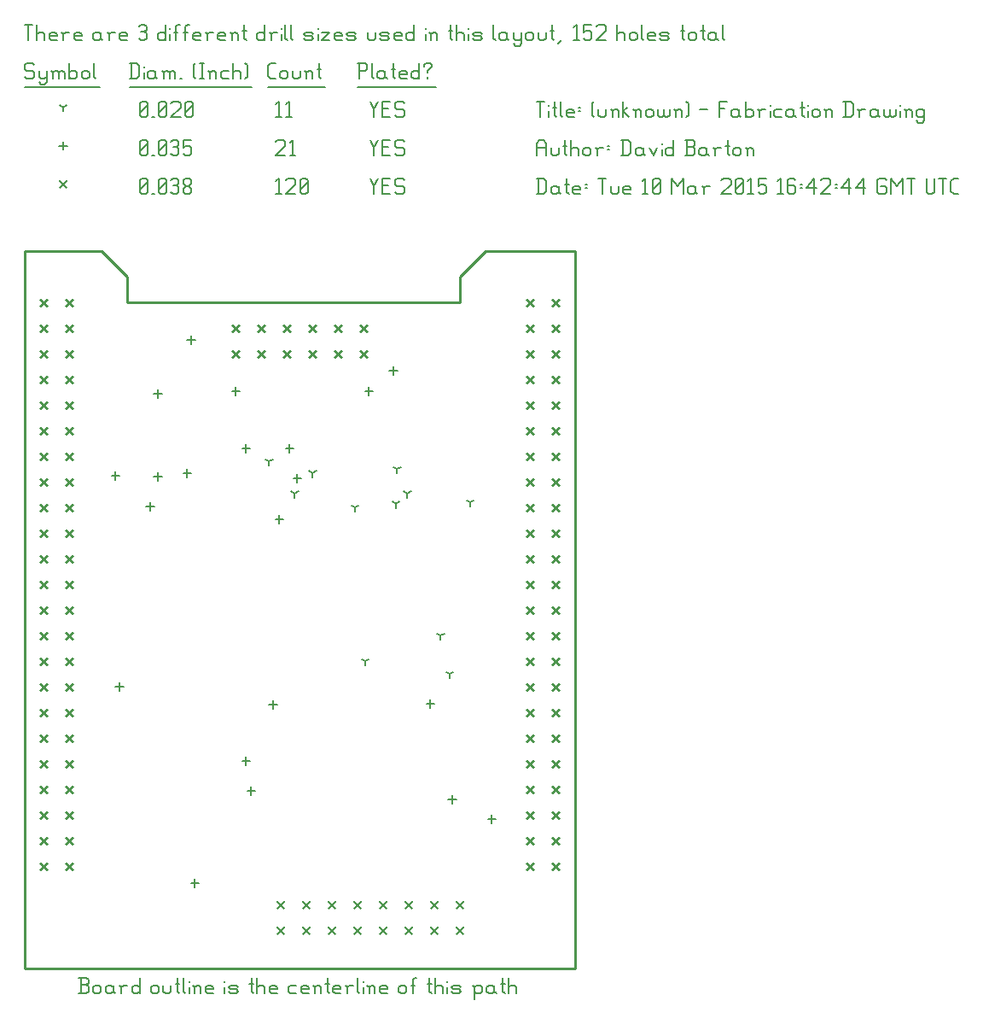
<source format=gbr>
G04 start of page 10 for group -3984 idx -3984 *
G04 Title: (unknown), fab *
G04 Creator: pcb 20140316 *
G04 CreationDate: Tue 10 Mar 2015 16:42:44 GMT UTC *
G04 For: db9052 *
G04 Format: Gerber/RS-274X *
G04 PCB-Dimensions (mil): 2150.00 2800.00 *
G04 PCB-Coordinate-Origin: lower left *
%MOIN*%
%FSLAX25Y25*%
%LNFAB*%
%ADD58C,0.0100*%
%ADD57C,0.0075*%
%ADD56C,0.0060*%
%ADD55C,0.0001*%
G54D55*G36*
X81300Y241766D02*X84266Y238800D01*
X83700Y238234D01*
X80734Y241200D01*
X81300Y241766D01*
G37*
G36*
X80734Y238800D02*X83700Y241766D01*
X84266Y241200D01*
X81300Y238234D01*
X80734Y238800D01*
G37*
G36*
X81300Y251766D02*X84266Y248800D01*
X83700Y248234D01*
X80734Y251200D01*
X81300Y251766D01*
G37*
G36*
X80734Y248800D02*X83700Y251766D01*
X84266Y251200D01*
X81300Y248234D01*
X80734Y248800D01*
G37*
G36*
X91300Y241766D02*X94266Y238800D01*
X93700Y238234D01*
X90734Y241200D01*
X91300Y241766D01*
G37*
G36*
X90734Y238800D02*X93700Y241766D01*
X94266Y241200D01*
X91300Y238234D01*
X90734Y238800D01*
G37*
G36*
X91300Y251766D02*X94266Y248800D01*
X93700Y248234D01*
X90734Y251200D01*
X91300Y251766D01*
G37*
G36*
X90734Y248800D02*X93700Y251766D01*
X94266Y251200D01*
X91300Y248234D01*
X90734Y248800D01*
G37*
G36*
X101300Y241766D02*X104266Y238800D01*
X103700Y238234D01*
X100734Y241200D01*
X101300Y241766D01*
G37*
G36*
X100734Y238800D02*X103700Y241766D01*
X104266Y241200D01*
X101300Y238234D01*
X100734Y238800D01*
G37*
G36*
X101300Y251766D02*X104266Y248800D01*
X103700Y248234D01*
X100734Y251200D01*
X101300Y251766D01*
G37*
G36*
X100734Y248800D02*X103700Y251766D01*
X104266Y251200D01*
X101300Y248234D01*
X100734Y248800D01*
G37*
G36*
X111300Y241766D02*X114266Y238800D01*
X113700Y238234D01*
X110734Y241200D01*
X111300Y241766D01*
G37*
G36*
X110734Y238800D02*X113700Y241766D01*
X114266Y241200D01*
X111300Y238234D01*
X110734Y238800D01*
G37*
G36*
X111300Y251766D02*X114266Y248800D01*
X113700Y248234D01*
X110734Y251200D01*
X111300Y251766D01*
G37*
G36*
X110734Y248800D02*X113700Y251766D01*
X114266Y251200D01*
X111300Y248234D01*
X110734Y248800D01*
G37*
G36*
X121300Y241766D02*X124266Y238800D01*
X123700Y238234D01*
X120734Y241200D01*
X121300Y241766D01*
G37*
G36*
X120734Y238800D02*X123700Y241766D01*
X124266Y241200D01*
X121300Y238234D01*
X120734Y238800D01*
G37*
G36*
X121300Y251766D02*X124266Y248800D01*
X123700Y248234D01*
X120734Y251200D01*
X121300Y251766D01*
G37*
G36*
X120734Y248800D02*X123700Y251766D01*
X124266Y251200D01*
X121300Y248234D01*
X120734Y248800D01*
G37*
G36*
X131300Y241766D02*X134266Y238800D01*
X133700Y238234D01*
X130734Y241200D01*
X131300Y241766D01*
G37*
G36*
X130734Y238800D02*X133700Y241766D01*
X134266Y241200D01*
X131300Y238234D01*
X130734Y238800D01*
G37*
G36*
X131300Y251766D02*X134266Y248800D01*
X133700Y248234D01*
X130734Y251200D01*
X131300Y251766D01*
G37*
G36*
X130734Y248800D02*X133700Y251766D01*
X134266Y251200D01*
X131300Y248234D01*
X130734Y248800D01*
G37*
G36*
X6300Y261766D02*X9266Y258800D01*
X8700Y258234D01*
X5734Y261200D01*
X6300Y261766D01*
G37*
G36*
X5734Y258800D02*X8700Y261766D01*
X9266Y261200D01*
X6300Y258234D01*
X5734Y258800D01*
G37*
G36*
X16300Y261766D02*X19266Y258800D01*
X18700Y258234D01*
X15734Y261200D01*
X16300Y261766D01*
G37*
G36*
X15734Y258800D02*X18700Y261766D01*
X19266Y261200D01*
X16300Y258234D01*
X15734Y258800D01*
G37*
G36*
X6300Y251766D02*X9266Y248800D01*
X8700Y248234D01*
X5734Y251200D01*
X6300Y251766D01*
G37*
G36*
X5734Y248800D02*X8700Y251766D01*
X9266Y251200D01*
X6300Y248234D01*
X5734Y248800D01*
G37*
G36*
X16300Y251766D02*X19266Y248800D01*
X18700Y248234D01*
X15734Y251200D01*
X16300Y251766D01*
G37*
G36*
X15734Y248800D02*X18700Y251766D01*
X19266Y251200D01*
X16300Y248234D01*
X15734Y248800D01*
G37*
G36*
X6300Y241766D02*X9266Y238800D01*
X8700Y238234D01*
X5734Y241200D01*
X6300Y241766D01*
G37*
G36*
X5734Y238800D02*X8700Y241766D01*
X9266Y241200D01*
X6300Y238234D01*
X5734Y238800D01*
G37*
G36*
X16300Y241766D02*X19266Y238800D01*
X18700Y238234D01*
X15734Y241200D01*
X16300Y241766D01*
G37*
G36*
X15734Y238800D02*X18700Y241766D01*
X19266Y241200D01*
X16300Y238234D01*
X15734Y238800D01*
G37*
G36*
X6300Y231766D02*X9266Y228800D01*
X8700Y228234D01*
X5734Y231200D01*
X6300Y231766D01*
G37*
G36*
X5734Y228800D02*X8700Y231766D01*
X9266Y231200D01*
X6300Y228234D01*
X5734Y228800D01*
G37*
G36*
X16300Y231766D02*X19266Y228800D01*
X18700Y228234D01*
X15734Y231200D01*
X16300Y231766D01*
G37*
G36*
X15734Y228800D02*X18700Y231766D01*
X19266Y231200D01*
X16300Y228234D01*
X15734Y228800D01*
G37*
G36*
X6300Y221766D02*X9266Y218800D01*
X8700Y218234D01*
X5734Y221200D01*
X6300Y221766D01*
G37*
G36*
X5734Y218800D02*X8700Y221766D01*
X9266Y221200D01*
X6300Y218234D01*
X5734Y218800D01*
G37*
G36*
X16300Y221766D02*X19266Y218800D01*
X18700Y218234D01*
X15734Y221200D01*
X16300Y221766D01*
G37*
G36*
X15734Y218800D02*X18700Y221766D01*
X19266Y221200D01*
X16300Y218234D01*
X15734Y218800D01*
G37*
G36*
X6300Y211766D02*X9266Y208800D01*
X8700Y208234D01*
X5734Y211200D01*
X6300Y211766D01*
G37*
G36*
X5734Y208800D02*X8700Y211766D01*
X9266Y211200D01*
X6300Y208234D01*
X5734Y208800D01*
G37*
G36*
X16300Y211766D02*X19266Y208800D01*
X18700Y208234D01*
X15734Y211200D01*
X16300Y211766D01*
G37*
G36*
X15734Y208800D02*X18700Y211766D01*
X19266Y211200D01*
X16300Y208234D01*
X15734Y208800D01*
G37*
G36*
X6300Y201766D02*X9266Y198800D01*
X8700Y198234D01*
X5734Y201200D01*
X6300Y201766D01*
G37*
G36*
X5734Y198800D02*X8700Y201766D01*
X9266Y201200D01*
X6300Y198234D01*
X5734Y198800D01*
G37*
G36*
X16300Y201766D02*X19266Y198800D01*
X18700Y198234D01*
X15734Y201200D01*
X16300Y201766D01*
G37*
G36*
X15734Y198800D02*X18700Y201766D01*
X19266Y201200D01*
X16300Y198234D01*
X15734Y198800D01*
G37*
G36*
X6300Y191766D02*X9266Y188800D01*
X8700Y188234D01*
X5734Y191200D01*
X6300Y191766D01*
G37*
G36*
X5734Y188800D02*X8700Y191766D01*
X9266Y191200D01*
X6300Y188234D01*
X5734Y188800D01*
G37*
G36*
X16300Y191766D02*X19266Y188800D01*
X18700Y188234D01*
X15734Y191200D01*
X16300Y191766D01*
G37*
G36*
X15734Y188800D02*X18700Y191766D01*
X19266Y191200D01*
X16300Y188234D01*
X15734Y188800D01*
G37*
G36*
X6300Y181766D02*X9266Y178800D01*
X8700Y178234D01*
X5734Y181200D01*
X6300Y181766D01*
G37*
G36*
X5734Y178800D02*X8700Y181766D01*
X9266Y181200D01*
X6300Y178234D01*
X5734Y178800D01*
G37*
G36*
X16300Y181766D02*X19266Y178800D01*
X18700Y178234D01*
X15734Y181200D01*
X16300Y181766D01*
G37*
G36*
X15734Y178800D02*X18700Y181766D01*
X19266Y181200D01*
X16300Y178234D01*
X15734Y178800D01*
G37*
G36*
X6300Y171766D02*X9266Y168800D01*
X8700Y168234D01*
X5734Y171200D01*
X6300Y171766D01*
G37*
G36*
X5734Y168800D02*X8700Y171766D01*
X9266Y171200D01*
X6300Y168234D01*
X5734Y168800D01*
G37*
G36*
X16300Y171766D02*X19266Y168800D01*
X18700Y168234D01*
X15734Y171200D01*
X16300Y171766D01*
G37*
G36*
X15734Y168800D02*X18700Y171766D01*
X19266Y171200D01*
X16300Y168234D01*
X15734Y168800D01*
G37*
G36*
X6300Y161766D02*X9266Y158800D01*
X8700Y158234D01*
X5734Y161200D01*
X6300Y161766D01*
G37*
G36*
X5734Y158800D02*X8700Y161766D01*
X9266Y161200D01*
X6300Y158234D01*
X5734Y158800D01*
G37*
G36*
X16300Y161766D02*X19266Y158800D01*
X18700Y158234D01*
X15734Y161200D01*
X16300Y161766D01*
G37*
G36*
X15734Y158800D02*X18700Y161766D01*
X19266Y161200D01*
X16300Y158234D01*
X15734Y158800D01*
G37*
G36*
X6300Y151766D02*X9266Y148800D01*
X8700Y148234D01*
X5734Y151200D01*
X6300Y151766D01*
G37*
G36*
X5734Y148800D02*X8700Y151766D01*
X9266Y151200D01*
X6300Y148234D01*
X5734Y148800D01*
G37*
G36*
X16300Y151766D02*X19266Y148800D01*
X18700Y148234D01*
X15734Y151200D01*
X16300Y151766D01*
G37*
G36*
X15734Y148800D02*X18700Y151766D01*
X19266Y151200D01*
X16300Y148234D01*
X15734Y148800D01*
G37*
G36*
X6300Y141766D02*X9266Y138800D01*
X8700Y138234D01*
X5734Y141200D01*
X6300Y141766D01*
G37*
G36*
X5734Y138800D02*X8700Y141766D01*
X9266Y141200D01*
X6300Y138234D01*
X5734Y138800D01*
G37*
G36*
X16300Y141766D02*X19266Y138800D01*
X18700Y138234D01*
X15734Y141200D01*
X16300Y141766D01*
G37*
G36*
X15734Y138800D02*X18700Y141766D01*
X19266Y141200D01*
X16300Y138234D01*
X15734Y138800D01*
G37*
G36*
X6300Y131766D02*X9266Y128800D01*
X8700Y128234D01*
X5734Y131200D01*
X6300Y131766D01*
G37*
G36*
X5734Y128800D02*X8700Y131766D01*
X9266Y131200D01*
X6300Y128234D01*
X5734Y128800D01*
G37*
G36*
X16300Y131766D02*X19266Y128800D01*
X18700Y128234D01*
X15734Y131200D01*
X16300Y131766D01*
G37*
G36*
X15734Y128800D02*X18700Y131766D01*
X19266Y131200D01*
X16300Y128234D01*
X15734Y128800D01*
G37*
G36*
X6300Y121766D02*X9266Y118800D01*
X8700Y118234D01*
X5734Y121200D01*
X6300Y121766D01*
G37*
G36*
X5734Y118800D02*X8700Y121766D01*
X9266Y121200D01*
X6300Y118234D01*
X5734Y118800D01*
G37*
G36*
X16300Y121766D02*X19266Y118800D01*
X18700Y118234D01*
X15734Y121200D01*
X16300Y121766D01*
G37*
G36*
X15734Y118800D02*X18700Y121766D01*
X19266Y121200D01*
X16300Y118234D01*
X15734Y118800D01*
G37*
G36*
X6300Y111766D02*X9266Y108800D01*
X8700Y108234D01*
X5734Y111200D01*
X6300Y111766D01*
G37*
G36*
X5734Y108800D02*X8700Y111766D01*
X9266Y111200D01*
X6300Y108234D01*
X5734Y108800D01*
G37*
G36*
X16300Y111766D02*X19266Y108800D01*
X18700Y108234D01*
X15734Y111200D01*
X16300Y111766D01*
G37*
G36*
X15734Y108800D02*X18700Y111766D01*
X19266Y111200D01*
X16300Y108234D01*
X15734Y108800D01*
G37*
G36*
X6300Y101766D02*X9266Y98800D01*
X8700Y98234D01*
X5734Y101200D01*
X6300Y101766D01*
G37*
G36*
X5734Y98800D02*X8700Y101766D01*
X9266Y101200D01*
X6300Y98234D01*
X5734Y98800D01*
G37*
G36*
X16300Y101766D02*X19266Y98800D01*
X18700Y98234D01*
X15734Y101200D01*
X16300Y101766D01*
G37*
G36*
X15734Y98800D02*X18700Y101766D01*
X19266Y101200D01*
X16300Y98234D01*
X15734Y98800D01*
G37*
G36*
X6300Y91766D02*X9266Y88800D01*
X8700Y88234D01*
X5734Y91200D01*
X6300Y91766D01*
G37*
G36*
X5734Y88800D02*X8700Y91766D01*
X9266Y91200D01*
X6300Y88234D01*
X5734Y88800D01*
G37*
G36*
X16300Y91766D02*X19266Y88800D01*
X18700Y88234D01*
X15734Y91200D01*
X16300Y91766D01*
G37*
G36*
X15734Y88800D02*X18700Y91766D01*
X19266Y91200D01*
X16300Y88234D01*
X15734Y88800D01*
G37*
G36*
X6300Y81766D02*X9266Y78800D01*
X8700Y78234D01*
X5734Y81200D01*
X6300Y81766D01*
G37*
G36*
X5734Y78800D02*X8700Y81766D01*
X9266Y81200D01*
X6300Y78234D01*
X5734Y78800D01*
G37*
G36*
X16300Y81766D02*X19266Y78800D01*
X18700Y78234D01*
X15734Y81200D01*
X16300Y81766D01*
G37*
G36*
X15734Y78800D02*X18700Y81766D01*
X19266Y81200D01*
X16300Y78234D01*
X15734Y78800D01*
G37*
G36*
X6300Y71766D02*X9266Y68800D01*
X8700Y68234D01*
X5734Y71200D01*
X6300Y71766D01*
G37*
G36*
X5734Y68800D02*X8700Y71766D01*
X9266Y71200D01*
X6300Y68234D01*
X5734Y68800D01*
G37*
G36*
X16300Y71766D02*X19266Y68800D01*
X18700Y68234D01*
X15734Y71200D01*
X16300Y71766D01*
G37*
G36*
X15734Y68800D02*X18700Y71766D01*
X19266Y71200D01*
X16300Y68234D01*
X15734Y68800D01*
G37*
G36*
X6300Y61766D02*X9266Y58800D01*
X8700Y58234D01*
X5734Y61200D01*
X6300Y61766D01*
G37*
G36*
X5734Y58800D02*X8700Y61766D01*
X9266Y61200D01*
X6300Y58234D01*
X5734Y58800D01*
G37*
G36*
X16300Y61766D02*X19266Y58800D01*
X18700Y58234D01*
X15734Y61200D01*
X16300Y61766D01*
G37*
G36*
X15734Y58800D02*X18700Y61766D01*
X19266Y61200D01*
X16300Y58234D01*
X15734Y58800D01*
G37*
G36*
X6300Y51766D02*X9266Y48800D01*
X8700Y48234D01*
X5734Y51200D01*
X6300Y51766D01*
G37*
G36*
X5734Y48800D02*X8700Y51766D01*
X9266Y51200D01*
X6300Y48234D01*
X5734Y48800D01*
G37*
G36*
X16300Y51766D02*X19266Y48800D01*
X18700Y48234D01*
X15734Y51200D01*
X16300Y51766D01*
G37*
G36*
X15734Y48800D02*X18700Y51766D01*
X19266Y51200D01*
X16300Y48234D01*
X15734Y48800D01*
G37*
G36*
X6300Y41766D02*X9266Y38800D01*
X8700Y38234D01*
X5734Y41200D01*
X6300Y41766D01*
G37*
G36*
X5734Y38800D02*X8700Y41766D01*
X9266Y41200D01*
X6300Y38234D01*
X5734Y38800D01*
G37*
G36*
X16300Y41766D02*X19266Y38800D01*
X18700Y38234D01*
X15734Y41200D01*
X16300Y41766D01*
G37*
G36*
X15734Y38800D02*X18700Y41766D01*
X19266Y41200D01*
X16300Y38234D01*
X15734Y38800D01*
G37*
G36*
X196300Y261766D02*X199266Y258800D01*
X198700Y258234D01*
X195734Y261200D01*
X196300Y261766D01*
G37*
G36*
X195734Y258800D02*X198700Y261766D01*
X199266Y261200D01*
X196300Y258234D01*
X195734Y258800D01*
G37*
G36*
X206300Y261766D02*X209266Y258800D01*
X208700Y258234D01*
X205734Y261200D01*
X206300Y261766D01*
G37*
G36*
X205734Y258800D02*X208700Y261766D01*
X209266Y261200D01*
X206300Y258234D01*
X205734Y258800D01*
G37*
G36*
X196300Y251766D02*X199266Y248800D01*
X198700Y248234D01*
X195734Y251200D01*
X196300Y251766D01*
G37*
G36*
X195734Y248800D02*X198700Y251766D01*
X199266Y251200D01*
X196300Y248234D01*
X195734Y248800D01*
G37*
G36*
X206300Y251766D02*X209266Y248800D01*
X208700Y248234D01*
X205734Y251200D01*
X206300Y251766D01*
G37*
G36*
X205734Y248800D02*X208700Y251766D01*
X209266Y251200D01*
X206300Y248234D01*
X205734Y248800D01*
G37*
G36*
X196300Y241766D02*X199266Y238800D01*
X198700Y238234D01*
X195734Y241200D01*
X196300Y241766D01*
G37*
G36*
X195734Y238800D02*X198700Y241766D01*
X199266Y241200D01*
X196300Y238234D01*
X195734Y238800D01*
G37*
G36*
X206300Y241766D02*X209266Y238800D01*
X208700Y238234D01*
X205734Y241200D01*
X206300Y241766D01*
G37*
G36*
X205734Y238800D02*X208700Y241766D01*
X209266Y241200D01*
X206300Y238234D01*
X205734Y238800D01*
G37*
G36*
X196300Y231766D02*X199266Y228800D01*
X198700Y228234D01*
X195734Y231200D01*
X196300Y231766D01*
G37*
G36*
X195734Y228800D02*X198700Y231766D01*
X199266Y231200D01*
X196300Y228234D01*
X195734Y228800D01*
G37*
G36*
X206300Y231766D02*X209266Y228800D01*
X208700Y228234D01*
X205734Y231200D01*
X206300Y231766D01*
G37*
G36*
X205734Y228800D02*X208700Y231766D01*
X209266Y231200D01*
X206300Y228234D01*
X205734Y228800D01*
G37*
G36*
X196300Y221766D02*X199266Y218800D01*
X198700Y218234D01*
X195734Y221200D01*
X196300Y221766D01*
G37*
G36*
X195734Y218800D02*X198700Y221766D01*
X199266Y221200D01*
X196300Y218234D01*
X195734Y218800D01*
G37*
G36*
X206300Y221766D02*X209266Y218800D01*
X208700Y218234D01*
X205734Y221200D01*
X206300Y221766D01*
G37*
G36*
X205734Y218800D02*X208700Y221766D01*
X209266Y221200D01*
X206300Y218234D01*
X205734Y218800D01*
G37*
G36*
X196300Y211766D02*X199266Y208800D01*
X198700Y208234D01*
X195734Y211200D01*
X196300Y211766D01*
G37*
G36*
X195734Y208800D02*X198700Y211766D01*
X199266Y211200D01*
X196300Y208234D01*
X195734Y208800D01*
G37*
G36*
X206300Y211766D02*X209266Y208800D01*
X208700Y208234D01*
X205734Y211200D01*
X206300Y211766D01*
G37*
G36*
X205734Y208800D02*X208700Y211766D01*
X209266Y211200D01*
X206300Y208234D01*
X205734Y208800D01*
G37*
G36*
X196300Y201766D02*X199266Y198800D01*
X198700Y198234D01*
X195734Y201200D01*
X196300Y201766D01*
G37*
G36*
X195734Y198800D02*X198700Y201766D01*
X199266Y201200D01*
X196300Y198234D01*
X195734Y198800D01*
G37*
G36*
X206300Y201766D02*X209266Y198800D01*
X208700Y198234D01*
X205734Y201200D01*
X206300Y201766D01*
G37*
G36*
X205734Y198800D02*X208700Y201766D01*
X209266Y201200D01*
X206300Y198234D01*
X205734Y198800D01*
G37*
G36*
X196300Y191766D02*X199266Y188800D01*
X198700Y188234D01*
X195734Y191200D01*
X196300Y191766D01*
G37*
G36*
X195734Y188800D02*X198700Y191766D01*
X199266Y191200D01*
X196300Y188234D01*
X195734Y188800D01*
G37*
G36*
X206300Y191766D02*X209266Y188800D01*
X208700Y188234D01*
X205734Y191200D01*
X206300Y191766D01*
G37*
G36*
X205734Y188800D02*X208700Y191766D01*
X209266Y191200D01*
X206300Y188234D01*
X205734Y188800D01*
G37*
G36*
X196300Y181766D02*X199266Y178800D01*
X198700Y178234D01*
X195734Y181200D01*
X196300Y181766D01*
G37*
G36*
X195734Y178800D02*X198700Y181766D01*
X199266Y181200D01*
X196300Y178234D01*
X195734Y178800D01*
G37*
G36*
X206300Y181766D02*X209266Y178800D01*
X208700Y178234D01*
X205734Y181200D01*
X206300Y181766D01*
G37*
G36*
X205734Y178800D02*X208700Y181766D01*
X209266Y181200D01*
X206300Y178234D01*
X205734Y178800D01*
G37*
G36*
X196300Y171766D02*X199266Y168800D01*
X198700Y168234D01*
X195734Y171200D01*
X196300Y171766D01*
G37*
G36*
X195734Y168800D02*X198700Y171766D01*
X199266Y171200D01*
X196300Y168234D01*
X195734Y168800D01*
G37*
G36*
X206300Y171766D02*X209266Y168800D01*
X208700Y168234D01*
X205734Y171200D01*
X206300Y171766D01*
G37*
G36*
X205734Y168800D02*X208700Y171766D01*
X209266Y171200D01*
X206300Y168234D01*
X205734Y168800D01*
G37*
G36*
X196300Y161766D02*X199266Y158800D01*
X198700Y158234D01*
X195734Y161200D01*
X196300Y161766D01*
G37*
G36*
X195734Y158800D02*X198700Y161766D01*
X199266Y161200D01*
X196300Y158234D01*
X195734Y158800D01*
G37*
G36*
X206300Y161766D02*X209266Y158800D01*
X208700Y158234D01*
X205734Y161200D01*
X206300Y161766D01*
G37*
G36*
X205734Y158800D02*X208700Y161766D01*
X209266Y161200D01*
X206300Y158234D01*
X205734Y158800D01*
G37*
G36*
X196300Y151766D02*X199266Y148800D01*
X198700Y148234D01*
X195734Y151200D01*
X196300Y151766D01*
G37*
G36*
X195734Y148800D02*X198700Y151766D01*
X199266Y151200D01*
X196300Y148234D01*
X195734Y148800D01*
G37*
G36*
X206300Y151766D02*X209266Y148800D01*
X208700Y148234D01*
X205734Y151200D01*
X206300Y151766D01*
G37*
G36*
X205734Y148800D02*X208700Y151766D01*
X209266Y151200D01*
X206300Y148234D01*
X205734Y148800D01*
G37*
G36*
X196300Y141766D02*X199266Y138800D01*
X198700Y138234D01*
X195734Y141200D01*
X196300Y141766D01*
G37*
G36*
X195734Y138800D02*X198700Y141766D01*
X199266Y141200D01*
X196300Y138234D01*
X195734Y138800D01*
G37*
G36*
X206300Y141766D02*X209266Y138800D01*
X208700Y138234D01*
X205734Y141200D01*
X206300Y141766D01*
G37*
G36*
X205734Y138800D02*X208700Y141766D01*
X209266Y141200D01*
X206300Y138234D01*
X205734Y138800D01*
G37*
G36*
X196300Y131766D02*X199266Y128800D01*
X198700Y128234D01*
X195734Y131200D01*
X196300Y131766D01*
G37*
G36*
X195734Y128800D02*X198700Y131766D01*
X199266Y131200D01*
X196300Y128234D01*
X195734Y128800D01*
G37*
G36*
X206300Y131766D02*X209266Y128800D01*
X208700Y128234D01*
X205734Y131200D01*
X206300Y131766D01*
G37*
G36*
X205734Y128800D02*X208700Y131766D01*
X209266Y131200D01*
X206300Y128234D01*
X205734Y128800D01*
G37*
G36*
X196300Y121766D02*X199266Y118800D01*
X198700Y118234D01*
X195734Y121200D01*
X196300Y121766D01*
G37*
G36*
X195734Y118800D02*X198700Y121766D01*
X199266Y121200D01*
X196300Y118234D01*
X195734Y118800D01*
G37*
G36*
X206300Y121766D02*X209266Y118800D01*
X208700Y118234D01*
X205734Y121200D01*
X206300Y121766D01*
G37*
G36*
X205734Y118800D02*X208700Y121766D01*
X209266Y121200D01*
X206300Y118234D01*
X205734Y118800D01*
G37*
G36*
X196300Y111766D02*X199266Y108800D01*
X198700Y108234D01*
X195734Y111200D01*
X196300Y111766D01*
G37*
G36*
X195734Y108800D02*X198700Y111766D01*
X199266Y111200D01*
X196300Y108234D01*
X195734Y108800D01*
G37*
G36*
X206300Y111766D02*X209266Y108800D01*
X208700Y108234D01*
X205734Y111200D01*
X206300Y111766D01*
G37*
G36*
X205734Y108800D02*X208700Y111766D01*
X209266Y111200D01*
X206300Y108234D01*
X205734Y108800D01*
G37*
G36*
X196300Y101766D02*X199266Y98800D01*
X198700Y98234D01*
X195734Y101200D01*
X196300Y101766D01*
G37*
G36*
X195734Y98800D02*X198700Y101766D01*
X199266Y101200D01*
X196300Y98234D01*
X195734Y98800D01*
G37*
G36*
X206300Y101766D02*X209266Y98800D01*
X208700Y98234D01*
X205734Y101200D01*
X206300Y101766D01*
G37*
G36*
X205734Y98800D02*X208700Y101766D01*
X209266Y101200D01*
X206300Y98234D01*
X205734Y98800D01*
G37*
G36*
X196300Y91766D02*X199266Y88800D01*
X198700Y88234D01*
X195734Y91200D01*
X196300Y91766D01*
G37*
G36*
X195734Y88800D02*X198700Y91766D01*
X199266Y91200D01*
X196300Y88234D01*
X195734Y88800D01*
G37*
G36*
X206300Y91766D02*X209266Y88800D01*
X208700Y88234D01*
X205734Y91200D01*
X206300Y91766D01*
G37*
G36*
X205734Y88800D02*X208700Y91766D01*
X209266Y91200D01*
X206300Y88234D01*
X205734Y88800D01*
G37*
G36*
X196300Y81766D02*X199266Y78800D01*
X198700Y78234D01*
X195734Y81200D01*
X196300Y81766D01*
G37*
G36*
X195734Y78800D02*X198700Y81766D01*
X199266Y81200D01*
X196300Y78234D01*
X195734Y78800D01*
G37*
G36*
X206300Y81766D02*X209266Y78800D01*
X208700Y78234D01*
X205734Y81200D01*
X206300Y81766D01*
G37*
G36*
X205734Y78800D02*X208700Y81766D01*
X209266Y81200D01*
X206300Y78234D01*
X205734Y78800D01*
G37*
G36*
X196300Y71766D02*X199266Y68800D01*
X198700Y68234D01*
X195734Y71200D01*
X196300Y71766D01*
G37*
G36*
X195734Y68800D02*X198700Y71766D01*
X199266Y71200D01*
X196300Y68234D01*
X195734Y68800D01*
G37*
G36*
X206300Y71766D02*X209266Y68800D01*
X208700Y68234D01*
X205734Y71200D01*
X206300Y71766D01*
G37*
G36*
X205734Y68800D02*X208700Y71766D01*
X209266Y71200D01*
X206300Y68234D01*
X205734Y68800D01*
G37*
G36*
X196300Y61766D02*X199266Y58800D01*
X198700Y58234D01*
X195734Y61200D01*
X196300Y61766D01*
G37*
G36*
X195734Y58800D02*X198700Y61766D01*
X199266Y61200D01*
X196300Y58234D01*
X195734Y58800D01*
G37*
G36*
X206300Y61766D02*X209266Y58800D01*
X208700Y58234D01*
X205734Y61200D01*
X206300Y61766D01*
G37*
G36*
X205734Y58800D02*X208700Y61766D01*
X209266Y61200D01*
X206300Y58234D01*
X205734Y58800D01*
G37*
G36*
X196300Y51766D02*X199266Y48800D01*
X198700Y48234D01*
X195734Y51200D01*
X196300Y51766D01*
G37*
G36*
X195734Y48800D02*X198700Y51766D01*
X199266Y51200D01*
X196300Y48234D01*
X195734Y48800D01*
G37*
G36*
X206300Y51766D02*X209266Y48800D01*
X208700Y48234D01*
X205734Y51200D01*
X206300Y51766D01*
G37*
G36*
X205734Y48800D02*X208700Y51766D01*
X209266Y51200D01*
X206300Y48234D01*
X205734Y48800D01*
G37*
G36*
X196300Y41766D02*X199266Y38800D01*
X198700Y38234D01*
X195734Y41200D01*
X196300Y41766D01*
G37*
G36*
X195734Y38800D02*X198700Y41766D01*
X199266Y41200D01*
X196300Y38234D01*
X195734Y38800D01*
G37*
G36*
X206300Y41766D02*X209266Y38800D01*
X208700Y38234D01*
X205734Y41200D01*
X206300Y41766D01*
G37*
G36*
X205734Y38800D02*X208700Y41766D01*
X209266Y41200D01*
X206300Y38234D01*
X205734Y38800D01*
G37*
G36*
X98800Y16766D02*X101766Y13800D01*
X101200Y13234D01*
X98234Y16200D01*
X98800Y16766D01*
G37*
G36*
X98234Y13800D02*X101200Y16766D01*
X101766Y16200D01*
X98800Y13234D01*
X98234Y13800D01*
G37*
G36*
X98800Y26766D02*X101766Y23800D01*
X101200Y23234D01*
X98234Y26200D01*
X98800Y26766D01*
G37*
G36*
X98234Y23800D02*X101200Y26766D01*
X101766Y26200D01*
X98800Y23234D01*
X98234Y23800D01*
G37*
G36*
X108800Y16766D02*X111766Y13800D01*
X111200Y13234D01*
X108234Y16200D01*
X108800Y16766D01*
G37*
G36*
X108234Y13800D02*X111200Y16766D01*
X111766Y16200D01*
X108800Y13234D01*
X108234Y13800D01*
G37*
G36*
X108800Y26766D02*X111766Y23800D01*
X111200Y23234D01*
X108234Y26200D01*
X108800Y26766D01*
G37*
G36*
X108234Y23800D02*X111200Y26766D01*
X111766Y26200D01*
X108800Y23234D01*
X108234Y23800D01*
G37*
G36*
X118800Y16766D02*X121766Y13800D01*
X121200Y13234D01*
X118234Y16200D01*
X118800Y16766D01*
G37*
G36*
X118234Y13800D02*X121200Y16766D01*
X121766Y16200D01*
X118800Y13234D01*
X118234Y13800D01*
G37*
G36*
X118800Y26766D02*X121766Y23800D01*
X121200Y23234D01*
X118234Y26200D01*
X118800Y26766D01*
G37*
G36*
X118234Y23800D02*X121200Y26766D01*
X121766Y26200D01*
X118800Y23234D01*
X118234Y23800D01*
G37*
G36*
X128800Y16766D02*X131766Y13800D01*
X131200Y13234D01*
X128234Y16200D01*
X128800Y16766D01*
G37*
G36*
X128234Y13800D02*X131200Y16766D01*
X131766Y16200D01*
X128800Y13234D01*
X128234Y13800D01*
G37*
G36*
X128800Y26766D02*X131766Y23800D01*
X131200Y23234D01*
X128234Y26200D01*
X128800Y26766D01*
G37*
G36*
X128234Y23800D02*X131200Y26766D01*
X131766Y26200D01*
X128800Y23234D01*
X128234Y23800D01*
G37*
G36*
X138800Y16766D02*X141766Y13800D01*
X141200Y13234D01*
X138234Y16200D01*
X138800Y16766D01*
G37*
G36*
X138234Y13800D02*X141200Y16766D01*
X141766Y16200D01*
X138800Y13234D01*
X138234Y13800D01*
G37*
G36*
X138800Y26766D02*X141766Y23800D01*
X141200Y23234D01*
X138234Y26200D01*
X138800Y26766D01*
G37*
G36*
X138234Y23800D02*X141200Y26766D01*
X141766Y26200D01*
X138800Y23234D01*
X138234Y23800D01*
G37*
G36*
X148800Y16766D02*X151766Y13800D01*
X151200Y13234D01*
X148234Y16200D01*
X148800Y16766D01*
G37*
G36*
X148234Y13800D02*X151200Y16766D01*
X151766Y16200D01*
X148800Y13234D01*
X148234Y13800D01*
G37*
G36*
X148800Y26766D02*X151766Y23800D01*
X151200Y23234D01*
X148234Y26200D01*
X148800Y26766D01*
G37*
G36*
X148234Y23800D02*X151200Y26766D01*
X151766Y26200D01*
X148800Y23234D01*
X148234Y23800D01*
G37*
G36*
X158800Y16766D02*X161766Y13800D01*
X161200Y13234D01*
X158234Y16200D01*
X158800Y16766D01*
G37*
G36*
X158234Y13800D02*X161200Y16766D01*
X161766Y16200D01*
X158800Y13234D01*
X158234Y13800D01*
G37*
G36*
X158800Y26766D02*X161766Y23800D01*
X161200Y23234D01*
X158234Y26200D01*
X158800Y26766D01*
G37*
G36*
X158234Y23800D02*X161200Y26766D01*
X161766Y26200D01*
X158800Y23234D01*
X158234Y23800D01*
G37*
G36*
X168800Y16766D02*X171766Y13800D01*
X171200Y13234D01*
X168234Y16200D01*
X168800Y16766D01*
G37*
G36*
X168234Y13800D02*X171200Y16766D01*
X171766Y16200D01*
X168800Y13234D01*
X168234Y13800D01*
G37*
G36*
X168800Y26766D02*X171766Y23800D01*
X171200Y23234D01*
X168234Y26200D01*
X168800Y26766D01*
G37*
G36*
X168234Y23800D02*X171200Y26766D01*
X171766Y26200D01*
X168800Y23234D01*
X168234Y23800D01*
G37*
G36*
X13800Y308016D02*X16766Y305050D01*
X16200Y304484D01*
X13234Y307450D01*
X13800Y308016D01*
G37*
G36*
X13234Y305050D02*X16200Y308016D01*
X16766Y307450D01*
X13800Y304484D01*
X13234Y305050D01*
G37*
G54D56*X135000Y308500D02*X136500Y305500D01*
X138000Y308500D01*
X136500Y305500D02*Y302500D01*
X139800Y305800D02*X142050D01*
X139800Y302500D02*X142800D01*
X139800Y308500D02*Y302500D01*
Y308500D02*X142800D01*
X147600D02*X148350Y307750D01*
X145350Y308500D02*X147600D01*
X144600Y307750D02*X145350Y308500D01*
X144600Y307750D02*Y306250D01*
X145350Y305500D01*
X147600D01*
X148350Y304750D01*
Y303250D01*
X147600Y302500D02*X148350Y303250D01*
X145350Y302500D02*X147600D01*
X144600Y303250D02*X145350Y302500D01*
X98000Y307300D02*X99200Y308500D01*
Y302500D01*
X98000D02*X100250D01*
X102050Y307750D02*X102800Y308500D01*
X105050D01*
X105800Y307750D01*
Y306250D01*
X102050Y302500D02*X105800Y306250D01*
X102050Y302500D02*X105800D01*
X107600Y303250D02*X108350Y302500D01*
X107600Y307750D02*Y303250D01*
Y307750D02*X108350Y308500D01*
X109850D01*
X110600Y307750D01*
Y303250D01*
X109850Y302500D02*X110600Y303250D01*
X108350Y302500D02*X109850D01*
X107600Y304000D02*X110600Y307000D01*
X45000Y303250D02*X45750Y302500D01*
X45000Y307750D02*Y303250D01*
Y307750D02*X45750Y308500D01*
X47250D01*
X48000Y307750D01*
Y303250D01*
X47250Y302500D02*X48000Y303250D01*
X45750Y302500D02*X47250D01*
X45000Y304000D02*X48000Y307000D01*
X49800Y302500D02*X50550D01*
X52350Y303250D02*X53100Y302500D01*
X52350Y307750D02*Y303250D01*
Y307750D02*X53100Y308500D01*
X54600D01*
X55350Y307750D01*
Y303250D01*
X54600Y302500D02*X55350Y303250D01*
X53100Y302500D02*X54600D01*
X52350Y304000D02*X55350Y307000D01*
X57150Y307750D02*X57900Y308500D01*
X59400D01*
X60150Y307750D01*
X59400Y302500D02*X60150Y303250D01*
X57900Y302500D02*X59400D01*
X57150Y303250D02*X57900Y302500D01*
Y305800D02*X59400D01*
X60150Y307750D02*Y306550D01*
Y305050D02*Y303250D01*
Y305050D02*X59400Y305800D01*
X60150Y306550D02*X59400Y305800D01*
X61950Y303250D02*X62700Y302500D01*
X61950Y304450D02*Y303250D01*
Y304450D02*X63000Y305500D01*
X63900D01*
X64950Y304450D01*
Y303250D01*
X64200Y302500D02*X64950Y303250D01*
X62700Y302500D02*X64200D01*
X61950Y306550D02*X63000Y305500D01*
X61950Y307750D02*Y306550D01*
Y307750D02*X62700Y308500D01*
X64200D01*
X64950Y307750D01*
Y306550D01*
X63900Y305500D02*X64950Y306550D01*
X66500Y35100D02*Y31900D01*
X64900Y33500D02*X68100D01*
X158500Y105100D02*Y101900D01*
X156900Y103500D02*X160100D01*
X86500Y82600D02*Y79400D01*
X84900Y81000D02*X88100D01*
X167000Y67600D02*Y64400D01*
X165400Y66000D02*X168600D01*
X182500Y60100D02*Y56900D01*
X180900Y58500D02*X184100D01*
X37000Y111600D02*Y108400D01*
X35400Y110000D02*X38600D01*
X88500Y71100D02*Y67900D01*
X86900Y69500D02*X90100D01*
X97000Y104600D02*Y101400D01*
X95400Y103000D02*X98600D01*
X35500Y194100D02*Y190900D01*
X33900Y192500D02*X37100D01*
X52000Y193600D02*Y190400D01*
X50400Y192000D02*X53600D01*
X52000Y226100D02*Y222900D01*
X50400Y224500D02*X53600D01*
X65000Y247100D02*Y243900D01*
X63400Y245500D02*X66600D01*
X63500Y195100D02*Y191900D01*
X61900Y193500D02*X65100D01*
X86500Y204600D02*Y201400D01*
X84900Y203000D02*X88100D01*
X103500Y204600D02*Y201400D01*
X101900Y203000D02*X105100D01*
X134500Y227100D02*Y223900D01*
X132900Y225500D02*X136100D01*
X82500Y227100D02*Y223900D01*
X80900Y225500D02*X84100D01*
X99500Y177100D02*Y173900D01*
X97900Y175500D02*X101100D01*
X106500Y193100D02*Y189900D01*
X104900Y191500D02*X108100D01*
X49000Y182100D02*Y178900D01*
X47400Y180500D02*X50600D01*
X144000Y235100D02*Y231900D01*
X142400Y233500D02*X145600D01*
X15000Y322850D02*Y319650D01*
X13400Y321250D02*X16600D01*
X135000Y323500D02*X136500Y320500D01*
X138000Y323500D01*
X136500Y320500D02*Y317500D01*
X139800Y320800D02*X142050D01*
X139800Y317500D02*X142800D01*
X139800Y323500D02*Y317500D01*
Y323500D02*X142800D01*
X147600D02*X148350Y322750D01*
X145350Y323500D02*X147600D01*
X144600Y322750D02*X145350Y323500D01*
X144600Y322750D02*Y321250D01*
X145350Y320500D01*
X147600D01*
X148350Y319750D01*
Y318250D01*
X147600Y317500D02*X148350Y318250D01*
X145350Y317500D02*X147600D01*
X144600Y318250D02*X145350Y317500D01*
X98000Y322750D02*X98750Y323500D01*
X101000D01*
X101750Y322750D01*
Y321250D01*
X98000Y317500D02*X101750Y321250D01*
X98000Y317500D02*X101750D01*
X103550Y322300D02*X104750Y323500D01*
Y317500D01*
X103550D02*X105800D01*
X45000Y318250D02*X45750Y317500D01*
X45000Y322750D02*Y318250D01*
Y322750D02*X45750Y323500D01*
X47250D01*
X48000Y322750D01*
Y318250D01*
X47250Y317500D02*X48000Y318250D01*
X45750Y317500D02*X47250D01*
X45000Y319000D02*X48000Y322000D01*
X49800Y317500D02*X50550D01*
X52350Y318250D02*X53100Y317500D01*
X52350Y322750D02*Y318250D01*
Y322750D02*X53100Y323500D01*
X54600D01*
X55350Y322750D01*
Y318250D01*
X54600Y317500D02*X55350Y318250D01*
X53100Y317500D02*X54600D01*
X52350Y319000D02*X55350Y322000D01*
X57150Y322750D02*X57900Y323500D01*
X59400D01*
X60150Y322750D01*
X59400Y317500D02*X60150Y318250D01*
X57900Y317500D02*X59400D01*
X57150Y318250D02*X57900Y317500D01*
Y320800D02*X59400D01*
X60150Y322750D02*Y321550D01*
Y320050D02*Y318250D01*
Y320050D02*X59400Y320800D01*
X60150Y321550D02*X59400Y320800D01*
X61950Y323500D02*X64950D01*
X61950D02*Y320500D01*
X62700Y321250D01*
X64200D01*
X64950Y320500D01*
Y318250D01*
X64200Y317500D02*X64950Y318250D01*
X62700Y317500D02*X64200D01*
X61950Y318250D02*X62700Y317500D01*
X174000Y182000D02*Y180400D01*
Y182000D02*X175387Y182800D01*
X174000Y182000D02*X172613Y182800D01*
X133000Y120000D02*Y118400D01*
Y120000D02*X134387Y120800D01*
X133000Y120000D02*X131613Y120800D01*
X162500Y130000D02*Y128400D01*
Y130000D02*X163887Y130800D01*
X162500Y130000D02*X161113Y130800D01*
X166000Y115000D02*Y113400D01*
Y115000D02*X167387Y115800D01*
X166000Y115000D02*X164613Y115800D01*
X112500Y193500D02*Y191900D01*
Y193500D02*X113887Y194300D01*
X112500Y193500D02*X111113Y194300D01*
X95500Y198000D02*Y196400D01*
Y198000D02*X96887Y198800D01*
X95500Y198000D02*X94113Y198800D01*
X145500Y195000D02*Y193400D01*
Y195000D02*X146887Y195800D01*
X145500Y195000D02*X144113Y195800D01*
X105500Y185500D02*Y183900D01*
Y185500D02*X106887Y186300D01*
X105500Y185500D02*X104113Y186300D01*
X145000Y181500D02*Y179900D01*
Y181500D02*X146387Y182300D01*
X145000Y181500D02*X143613Y182300D01*
X149500Y185500D02*Y183900D01*
Y185500D02*X150887Y186300D01*
X149500Y185500D02*X148113Y186300D01*
X129000Y180000D02*Y178400D01*
Y180000D02*X130387Y180800D01*
X129000Y180000D02*X127613Y180800D01*
X15000Y336250D02*Y334650D01*
Y336250D02*X16387Y337050D01*
X15000Y336250D02*X13613Y337050D01*
X135000Y338500D02*X136500Y335500D01*
X138000Y338500D01*
X136500Y335500D02*Y332500D01*
X139800Y335800D02*X142050D01*
X139800Y332500D02*X142800D01*
X139800Y338500D02*Y332500D01*
Y338500D02*X142800D01*
X147600D02*X148350Y337750D01*
X145350Y338500D02*X147600D01*
X144600Y337750D02*X145350Y338500D01*
X144600Y337750D02*Y336250D01*
X145350Y335500D01*
X147600D01*
X148350Y334750D01*
Y333250D01*
X147600Y332500D02*X148350Y333250D01*
X145350Y332500D02*X147600D01*
X144600Y333250D02*X145350Y332500D01*
X98000Y337300D02*X99200Y338500D01*
Y332500D01*
X98000D02*X100250D01*
X102050Y337300D02*X103250Y338500D01*
Y332500D01*
X102050D02*X104300D01*
X45000Y333250D02*X45750Y332500D01*
X45000Y337750D02*Y333250D01*
Y337750D02*X45750Y338500D01*
X47250D01*
X48000Y337750D01*
Y333250D01*
X47250Y332500D02*X48000Y333250D01*
X45750Y332500D02*X47250D01*
X45000Y334000D02*X48000Y337000D01*
X49800Y332500D02*X50550D01*
X52350Y333250D02*X53100Y332500D01*
X52350Y337750D02*Y333250D01*
Y337750D02*X53100Y338500D01*
X54600D01*
X55350Y337750D01*
Y333250D01*
X54600Y332500D02*X55350Y333250D01*
X53100Y332500D02*X54600D01*
X52350Y334000D02*X55350Y337000D01*
X57150Y337750D02*X57900Y338500D01*
X60150D01*
X60900Y337750D01*
Y336250D01*
X57150Y332500D02*X60900Y336250D01*
X57150Y332500D02*X60900D01*
X62700Y333250D02*X63450Y332500D01*
X62700Y337750D02*Y333250D01*
Y337750D02*X63450Y338500D01*
X64950D01*
X65700Y337750D01*
Y333250D01*
X64950Y332500D02*X65700Y333250D01*
X63450Y332500D02*X64950D01*
X62700Y334000D02*X65700Y337000D01*
X3000Y353500D02*X3750Y352750D01*
X750Y353500D02*X3000D01*
X0Y352750D02*X750Y353500D01*
X0Y352750D02*Y351250D01*
X750Y350500D01*
X3000D01*
X3750Y349750D01*
Y348250D01*
X3000Y347500D02*X3750Y348250D01*
X750Y347500D02*X3000D01*
X0Y348250D02*X750Y347500D01*
X5550Y350500D02*Y348250D01*
X6300Y347500D01*
X8550Y350500D02*Y346000D01*
X7800Y345250D02*X8550Y346000D01*
X6300Y345250D02*X7800D01*
X5550Y346000D02*X6300Y345250D01*
Y347500D02*X7800D01*
X8550Y348250D01*
X11100Y349750D02*Y347500D01*
Y349750D02*X11850Y350500D01*
X12600D01*
X13350Y349750D01*
Y347500D01*
Y349750D02*X14100Y350500D01*
X14850D01*
X15600Y349750D01*
Y347500D01*
X10350Y350500D02*X11100Y349750D01*
X17400Y353500D02*Y347500D01*
Y348250D02*X18150Y347500D01*
X19650D01*
X20400Y348250D01*
Y349750D02*Y348250D01*
X19650Y350500D02*X20400Y349750D01*
X18150Y350500D02*X19650D01*
X17400Y349750D02*X18150Y350500D01*
X22200Y349750D02*Y348250D01*
Y349750D02*X22950Y350500D01*
X24450D01*
X25200Y349750D01*
Y348250D01*
X24450Y347500D02*X25200Y348250D01*
X22950Y347500D02*X24450D01*
X22200Y348250D02*X22950Y347500D01*
X27000Y353500D02*Y348250D01*
X27750Y347500D01*
X0Y344250D02*X29250D01*
X41750Y353500D02*Y347500D01*
X43700Y353500D02*X44750Y352450D01*
Y348550D01*
X43700Y347500D02*X44750Y348550D01*
X41000Y347500D02*X43700D01*
X41000Y353500D02*X43700D01*
G54D57*X46550Y352000D02*Y351850D01*
G54D56*Y349750D02*Y347500D01*
X50300Y350500D02*X51050Y349750D01*
X48800Y350500D02*X50300D01*
X48050Y349750D02*X48800Y350500D01*
X48050Y349750D02*Y348250D01*
X48800Y347500D01*
X51050Y350500D02*Y348250D01*
X51800Y347500D01*
X48800D02*X50300D01*
X51050Y348250D01*
X54350Y349750D02*Y347500D01*
Y349750D02*X55100Y350500D01*
X55850D01*
X56600Y349750D01*
Y347500D01*
Y349750D02*X57350Y350500D01*
X58100D01*
X58850Y349750D01*
Y347500D01*
X53600Y350500D02*X54350Y349750D01*
X60650Y347500D02*X61400D01*
X65900Y348250D02*X66650Y347500D01*
X65900Y352750D02*X66650Y353500D01*
X65900Y352750D02*Y348250D01*
X68450Y353500D02*X69950D01*
X69200D02*Y347500D01*
X68450D02*X69950D01*
X72500Y349750D02*Y347500D01*
Y349750D02*X73250Y350500D01*
X74000D01*
X74750Y349750D01*
Y347500D01*
X71750Y350500D02*X72500Y349750D01*
X77300Y350500D02*X79550D01*
X76550Y349750D02*X77300Y350500D01*
X76550Y349750D02*Y348250D01*
X77300Y347500D01*
X79550D01*
X81350Y353500D02*Y347500D01*
Y349750D02*X82100Y350500D01*
X83600D01*
X84350Y349750D01*
Y347500D01*
X86150Y353500D02*X86900Y352750D01*
Y348250D01*
X86150Y347500D02*X86900Y348250D01*
X41000Y344250D02*X88700D01*
X96050Y347500D02*X98000D01*
X95000Y348550D02*X96050Y347500D01*
X95000Y352450D02*Y348550D01*
Y352450D02*X96050Y353500D01*
X98000D01*
X99800Y349750D02*Y348250D01*
Y349750D02*X100550Y350500D01*
X102050D01*
X102800Y349750D01*
Y348250D01*
X102050Y347500D02*X102800Y348250D01*
X100550Y347500D02*X102050D01*
X99800Y348250D02*X100550Y347500D01*
X104600Y350500D02*Y348250D01*
X105350Y347500D01*
X106850D01*
X107600Y348250D01*
Y350500D02*Y348250D01*
X110150Y349750D02*Y347500D01*
Y349750D02*X110900Y350500D01*
X111650D01*
X112400Y349750D01*
Y347500D01*
X109400Y350500D02*X110150Y349750D01*
X114950Y353500D02*Y348250D01*
X115700Y347500D01*
X114200Y351250D02*X115700D01*
X95000Y344250D02*X117200D01*
X130750Y353500D02*Y347500D01*
X130000Y353500D02*X133000D01*
X133750Y352750D01*
Y351250D01*
X133000Y350500D02*X133750Y351250D01*
X130750Y350500D02*X133000D01*
X135550Y353500D02*Y348250D01*
X136300Y347500D01*
X140050Y350500D02*X140800Y349750D01*
X138550Y350500D02*X140050D01*
X137800Y349750D02*X138550Y350500D01*
X137800Y349750D02*Y348250D01*
X138550Y347500D01*
X140800Y350500D02*Y348250D01*
X141550Y347500D01*
X138550D02*X140050D01*
X140800Y348250D01*
X144100Y353500D02*Y348250D01*
X144850Y347500D01*
X143350Y351250D02*X144850D01*
X147100Y347500D02*X149350D01*
X146350Y348250D02*X147100Y347500D01*
X146350Y349750D02*Y348250D01*
Y349750D02*X147100Y350500D01*
X148600D01*
X149350Y349750D01*
X146350Y349000D02*X149350D01*
Y349750D02*Y349000D01*
X154150Y353500D02*Y347500D01*
X153400D02*X154150Y348250D01*
X151900Y347500D02*X153400D01*
X151150Y348250D02*X151900Y347500D01*
X151150Y349750D02*Y348250D01*
Y349750D02*X151900Y350500D01*
X153400D01*
X154150Y349750D01*
X157450Y350500D02*Y349750D01*
Y348250D02*Y347500D01*
X155950Y352750D02*Y352000D01*
Y352750D02*X156700Y353500D01*
X158200D01*
X158950Y352750D01*
Y352000D01*
X157450Y350500D02*X158950Y352000D01*
X130000Y344250D02*X160750D01*
X0Y368500D02*X3000D01*
X1500D02*Y362500D01*
X4800Y368500D02*Y362500D01*
Y364750D02*X5550Y365500D01*
X7050D01*
X7800Y364750D01*
Y362500D01*
X10350D02*X12600D01*
X9600Y363250D02*X10350Y362500D01*
X9600Y364750D02*Y363250D01*
Y364750D02*X10350Y365500D01*
X11850D01*
X12600Y364750D01*
X9600Y364000D02*X12600D01*
Y364750D02*Y364000D01*
X15150Y364750D02*Y362500D01*
Y364750D02*X15900Y365500D01*
X17400D01*
X14400D02*X15150Y364750D01*
X19950Y362500D02*X22200D01*
X19200Y363250D02*X19950Y362500D01*
X19200Y364750D02*Y363250D01*
Y364750D02*X19950Y365500D01*
X21450D01*
X22200Y364750D01*
X19200Y364000D02*X22200D01*
Y364750D02*Y364000D01*
X28950Y365500D02*X29700Y364750D01*
X27450Y365500D02*X28950D01*
X26700Y364750D02*X27450Y365500D01*
X26700Y364750D02*Y363250D01*
X27450Y362500D01*
X29700Y365500D02*Y363250D01*
X30450Y362500D01*
X27450D02*X28950D01*
X29700Y363250D01*
X33000Y364750D02*Y362500D01*
Y364750D02*X33750Y365500D01*
X35250D01*
X32250D02*X33000Y364750D01*
X37800Y362500D02*X40050D01*
X37050Y363250D02*X37800Y362500D01*
X37050Y364750D02*Y363250D01*
Y364750D02*X37800Y365500D01*
X39300D01*
X40050Y364750D01*
X37050Y364000D02*X40050D01*
Y364750D02*Y364000D01*
X44550Y367750D02*X45300Y368500D01*
X46800D01*
X47550Y367750D01*
X46800Y362500D02*X47550Y363250D01*
X45300Y362500D02*X46800D01*
X44550Y363250D02*X45300Y362500D01*
Y365800D02*X46800D01*
X47550Y367750D02*Y366550D01*
Y365050D02*Y363250D01*
Y365050D02*X46800Y365800D01*
X47550Y366550D02*X46800Y365800D01*
X55050Y368500D02*Y362500D01*
X54300D02*X55050Y363250D01*
X52800Y362500D02*X54300D01*
X52050Y363250D02*X52800Y362500D01*
X52050Y364750D02*Y363250D01*
Y364750D02*X52800Y365500D01*
X54300D01*
X55050Y364750D01*
G54D57*X56850Y367000D02*Y366850D01*
G54D56*Y364750D02*Y362500D01*
X59100Y367750D02*Y362500D01*
Y367750D02*X59850Y368500D01*
X60600D01*
X58350Y365500D02*X59850D01*
X62850Y367750D02*Y362500D01*
Y367750D02*X63600Y368500D01*
X64350D01*
X62100Y365500D02*X63600D01*
X66600Y362500D02*X68850D01*
X65850Y363250D02*X66600Y362500D01*
X65850Y364750D02*Y363250D01*
Y364750D02*X66600Y365500D01*
X68100D01*
X68850Y364750D01*
X65850Y364000D02*X68850D01*
Y364750D02*Y364000D01*
X71400Y364750D02*Y362500D01*
Y364750D02*X72150Y365500D01*
X73650D01*
X70650D02*X71400Y364750D01*
X76200Y362500D02*X78450D01*
X75450Y363250D02*X76200Y362500D01*
X75450Y364750D02*Y363250D01*
Y364750D02*X76200Y365500D01*
X77700D01*
X78450Y364750D01*
X75450Y364000D02*X78450D01*
Y364750D02*Y364000D01*
X81000Y364750D02*Y362500D01*
Y364750D02*X81750Y365500D01*
X82500D01*
X83250Y364750D01*
Y362500D01*
X80250Y365500D02*X81000Y364750D01*
X85800Y368500D02*Y363250D01*
X86550Y362500D01*
X85050Y366250D02*X86550D01*
X93750Y368500D02*Y362500D01*
X93000D02*X93750Y363250D01*
X91500Y362500D02*X93000D01*
X90750Y363250D02*X91500Y362500D01*
X90750Y364750D02*Y363250D01*
Y364750D02*X91500Y365500D01*
X93000D01*
X93750Y364750D01*
X96300D02*Y362500D01*
Y364750D02*X97050Y365500D01*
X98550D01*
X95550D02*X96300Y364750D01*
G54D57*X100350Y367000D02*Y366850D01*
G54D56*Y364750D02*Y362500D01*
X101850Y368500D02*Y363250D01*
X102600Y362500D01*
X104100Y368500D02*Y363250D01*
X104850Y362500D01*
X109800D02*X112050D01*
X112800Y363250D01*
X112050Y364000D02*X112800Y363250D01*
X109800Y364000D02*X112050D01*
X109050Y364750D02*X109800Y364000D01*
X109050Y364750D02*X109800Y365500D01*
X112050D01*
X112800Y364750D01*
X109050Y363250D02*X109800Y362500D01*
G54D57*X114600Y367000D02*Y366850D01*
G54D56*Y364750D02*Y362500D01*
X116100Y365500D02*X119100D01*
X116100Y362500D02*X119100Y365500D01*
X116100Y362500D02*X119100D01*
X121650D02*X123900D01*
X120900Y363250D02*X121650Y362500D01*
X120900Y364750D02*Y363250D01*
Y364750D02*X121650Y365500D01*
X123150D01*
X123900Y364750D01*
X120900Y364000D02*X123900D01*
Y364750D02*Y364000D01*
X126450Y362500D02*X128700D01*
X129450Y363250D01*
X128700Y364000D02*X129450Y363250D01*
X126450Y364000D02*X128700D01*
X125700Y364750D02*X126450Y364000D01*
X125700Y364750D02*X126450Y365500D01*
X128700D01*
X129450Y364750D01*
X125700Y363250D02*X126450Y362500D01*
X133950Y365500D02*Y363250D01*
X134700Y362500D01*
X136200D01*
X136950Y363250D01*
Y365500D02*Y363250D01*
X139500Y362500D02*X141750D01*
X142500Y363250D01*
X141750Y364000D02*X142500Y363250D01*
X139500Y364000D02*X141750D01*
X138750Y364750D02*X139500Y364000D01*
X138750Y364750D02*X139500Y365500D01*
X141750D01*
X142500Y364750D01*
X138750Y363250D02*X139500Y362500D01*
X145050D02*X147300D01*
X144300Y363250D02*X145050Y362500D01*
X144300Y364750D02*Y363250D01*
Y364750D02*X145050Y365500D01*
X146550D01*
X147300Y364750D01*
X144300Y364000D02*X147300D01*
Y364750D02*Y364000D01*
X152100Y368500D02*Y362500D01*
X151350D02*X152100Y363250D01*
X149850Y362500D02*X151350D01*
X149100Y363250D02*X149850Y362500D01*
X149100Y364750D02*Y363250D01*
Y364750D02*X149850Y365500D01*
X151350D01*
X152100Y364750D01*
G54D57*X156600Y367000D02*Y366850D01*
G54D56*Y364750D02*Y362500D01*
X158850Y364750D02*Y362500D01*
Y364750D02*X159600Y365500D01*
X160350D01*
X161100Y364750D01*
Y362500D01*
X158100Y365500D02*X158850Y364750D01*
X166350Y368500D02*Y363250D01*
X167100Y362500D01*
X165600Y366250D02*X167100D01*
X168600Y368500D02*Y362500D01*
Y364750D02*X169350Y365500D01*
X170850D01*
X171600Y364750D01*
Y362500D01*
G54D57*X173400Y367000D02*Y366850D01*
G54D56*Y364750D02*Y362500D01*
X175650D02*X177900D01*
X178650Y363250D01*
X177900Y364000D02*X178650Y363250D01*
X175650Y364000D02*X177900D01*
X174900Y364750D02*X175650Y364000D01*
X174900Y364750D02*X175650Y365500D01*
X177900D01*
X178650Y364750D01*
X174900Y363250D02*X175650Y362500D01*
X183150Y368500D02*Y363250D01*
X183900Y362500D01*
X187650Y365500D02*X188400Y364750D01*
X186150Y365500D02*X187650D01*
X185400Y364750D02*X186150Y365500D01*
X185400Y364750D02*Y363250D01*
X186150Y362500D01*
X188400Y365500D02*Y363250D01*
X189150Y362500D01*
X186150D02*X187650D01*
X188400Y363250D01*
X190950Y365500D02*Y363250D01*
X191700Y362500D01*
X193950Y365500D02*Y361000D01*
X193200Y360250D02*X193950Y361000D01*
X191700Y360250D02*X193200D01*
X190950Y361000D02*X191700Y360250D01*
Y362500D02*X193200D01*
X193950Y363250D01*
X195750Y364750D02*Y363250D01*
Y364750D02*X196500Y365500D01*
X198000D01*
X198750Y364750D01*
Y363250D01*
X198000Y362500D02*X198750Y363250D01*
X196500Y362500D02*X198000D01*
X195750Y363250D02*X196500Y362500D01*
X200550Y365500D02*Y363250D01*
X201300Y362500D01*
X202800D01*
X203550Y363250D01*
Y365500D02*Y363250D01*
X206100Y368500D02*Y363250D01*
X206850Y362500D01*
X205350Y366250D02*X206850D01*
X208350Y361000D02*X209850Y362500D01*
X214350Y367300D02*X215550Y368500D01*
Y362500D01*
X214350D02*X216600D01*
X218400Y368500D02*X221400D01*
X218400D02*Y365500D01*
X219150Y366250D01*
X220650D01*
X221400Y365500D01*
Y363250D01*
X220650Y362500D02*X221400Y363250D01*
X219150Y362500D02*X220650D01*
X218400Y363250D02*X219150Y362500D01*
X223200Y367750D02*X223950Y368500D01*
X226200D01*
X226950Y367750D01*
Y366250D01*
X223200Y362500D02*X226950Y366250D01*
X223200Y362500D02*X226950D01*
X231450Y368500D02*Y362500D01*
Y364750D02*X232200Y365500D01*
X233700D01*
X234450Y364750D01*
Y362500D01*
X236250Y364750D02*Y363250D01*
Y364750D02*X237000Y365500D01*
X238500D01*
X239250Y364750D01*
Y363250D01*
X238500Y362500D02*X239250Y363250D01*
X237000Y362500D02*X238500D01*
X236250Y363250D02*X237000Y362500D01*
X241050Y368500D02*Y363250D01*
X241800Y362500D01*
X244050D02*X246300D01*
X243300Y363250D02*X244050Y362500D01*
X243300Y364750D02*Y363250D01*
Y364750D02*X244050Y365500D01*
X245550D01*
X246300Y364750D01*
X243300Y364000D02*X246300D01*
Y364750D02*Y364000D01*
X248850Y362500D02*X251100D01*
X251850Y363250D01*
X251100Y364000D02*X251850Y363250D01*
X248850Y364000D02*X251100D01*
X248100Y364750D02*X248850Y364000D01*
X248100Y364750D02*X248850Y365500D01*
X251100D01*
X251850Y364750D01*
X248100Y363250D02*X248850Y362500D01*
X257100Y368500D02*Y363250D01*
X257850Y362500D01*
X256350Y366250D02*X257850D01*
X259350Y364750D02*Y363250D01*
Y364750D02*X260100Y365500D01*
X261600D01*
X262350Y364750D01*
Y363250D01*
X261600Y362500D02*X262350Y363250D01*
X260100Y362500D02*X261600D01*
X259350Y363250D02*X260100Y362500D01*
X264900Y368500D02*Y363250D01*
X265650Y362500D01*
X264150Y366250D02*X265650D01*
X269400Y365500D02*X270150Y364750D01*
X267900Y365500D02*X269400D01*
X267150Y364750D02*X267900Y365500D01*
X267150Y364750D02*Y363250D01*
X267900Y362500D01*
X270150Y365500D02*Y363250D01*
X270900Y362500D01*
X267900D02*X269400D01*
X270150Y363250D01*
X272700Y368500D02*Y363250D01*
X273450Y362500D01*
G54D58*X40000Y270000D02*Y260000D01*
X170000D01*
Y270000D01*
X40000D02*X30000Y280000D01*
X0D01*
X215000D02*X180000D01*
X170000Y270000D01*
X0Y280000D02*Y0D01*
X215000D01*
Y280000D01*
G54D56*X21175Y-9500D02*X24175D01*
X24925Y-8750D01*
Y-6950D02*Y-8750D01*
X24175Y-6200D02*X24925Y-6950D01*
X21925Y-6200D02*X24175D01*
X21925Y-3500D02*Y-9500D01*
X21175Y-3500D02*X24175D01*
X24925Y-4250D01*
Y-5450D01*
X24175Y-6200D02*X24925Y-5450D01*
X26725Y-7250D02*Y-8750D01*
Y-7250D02*X27475Y-6500D01*
X28975D01*
X29725Y-7250D01*
Y-8750D01*
X28975Y-9500D02*X29725Y-8750D01*
X27475Y-9500D02*X28975D01*
X26725Y-8750D02*X27475Y-9500D01*
X33775Y-6500D02*X34525Y-7250D01*
X32275Y-6500D02*X33775D01*
X31525Y-7250D02*X32275Y-6500D01*
X31525Y-7250D02*Y-8750D01*
X32275Y-9500D01*
X34525Y-6500D02*Y-8750D01*
X35275Y-9500D01*
X32275D02*X33775D01*
X34525Y-8750D01*
X37825Y-7250D02*Y-9500D01*
Y-7250D02*X38575Y-6500D01*
X40075D01*
X37075D02*X37825Y-7250D01*
X44875Y-3500D02*Y-9500D01*
X44125D02*X44875Y-8750D01*
X42625Y-9500D02*X44125D01*
X41875Y-8750D02*X42625Y-9500D01*
X41875Y-7250D02*Y-8750D01*
Y-7250D02*X42625Y-6500D01*
X44125D01*
X44875Y-7250D01*
X49375D02*Y-8750D01*
Y-7250D02*X50125Y-6500D01*
X51625D01*
X52375Y-7250D01*
Y-8750D01*
X51625Y-9500D02*X52375Y-8750D01*
X50125Y-9500D02*X51625D01*
X49375Y-8750D02*X50125Y-9500D01*
X54175Y-6500D02*Y-8750D01*
X54925Y-9500D01*
X56425D01*
X57175Y-8750D01*
Y-6500D02*Y-8750D01*
X59725Y-3500D02*Y-8750D01*
X60475Y-9500D01*
X58975Y-5750D02*X60475D01*
X61975Y-3500D02*Y-8750D01*
X62725Y-9500D01*
G54D57*X64225Y-5000D02*Y-5150D01*
G54D56*Y-7250D02*Y-9500D01*
X66475Y-7250D02*Y-9500D01*
Y-7250D02*X67225Y-6500D01*
X67975D01*
X68725Y-7250D01*
Y-9500D01*
X65725Y-6500D02*X66475Y-7250D01*
X71275Y-9500D02*X73525D01*
X70525Y-8750D02*X71275Y-9500D01*
X70525Y-7250D02*Y-8750D01*
Y-7250D02*X71275Y-6500D01*
X72775D01*
X73525Y-7250D01*
X70525Y-8000D02*X73525D01*
Y-7250D02*Y-8000D01*
G54D57*X78025Y-5000D02*Y-5150D01*
G54D56*Y-7250D02*Y-9500D01*
X80275D02*X82525D01*
X83275Y-8750D01*
X82525Y-8000D02*X83275Y-8750D01*
X80275Y-8000D02*X82525D01*
X79525Y-7250D02*X80275Y-8000D01*
X79525Y-7250D02*X80275Y-6500D01*
X82525D01*
X83275Y-7250D01*
X79525Y-8750D02*X80275Y-9500D01*
X88525Y-3500D02*Y-8750D01*
X89275Y-9500D01*
X87775Y-5750D02*X89275D01*
X90775Y-3500D02*Y-9500D01*
Y-7250D02*X91525Y-6500D01*
X93025D01*
X93775Y-7250D01*
Y-9500D01*
X96325D02*X98575D01*
X95575Y-8750D02*X96325Y-9500D01*
X95575Y-7250D02*Y-8750D01*
Y-7250D02*X96325Y-6500D01*
X97825D01*
X98575Y-7250D01*
X95575Y-8000D02*X98575D01*
Y-7250D02*Y-8000D01*
X103825Y-6500D02*X106075D01*
X103075Y-7250D02*X103825Y-6500D01*
X103075Y-7250D02*Y-8750D01*
X103825Y-9500D01*
X106075D01*
X108625D02*X110875D01*
X107875Y-8750D02*X108625Y-9500D01*
X107875Y-7250D02*Y-8750D01*
Y-7250D02*X108625Y-6500D01*
X110125D01*
X110875Y-7250D01*
X107875Y-8000D02*X110875D01*
Y-7250D02*Y-8000D01*
X113425Y-7250D02*Y-9500D01*
Y-7250D02*X114175Y-6500D01*
X114925D01*
X115675Y-7250D01*
Y-9500D01*
X112675Y-6500D02*X113425Y-7250D01*
X118225Y-3500D02*Y-8750D01*
X118975Y-9500D01*
X117475Y-5750D02*X118975D01*
X121225Y-9500D02*X123475D01*
X120475Y-8750D02*X121225Y-9500D01*
X120475Y-7250D02*Y-8750D01*
Y-7250D02*X121225Y-6500D01*
X122725D01*
X123475Y-7250D01*
X120475Y-8000D02*X123475D01*
Y-7250D02*Y-8000D01*
X126025Y-7250D02*Y-9500D01*
Y-7250D02*X126775Y-6500D01*
X128275D01*
X125275D02*X126025Y-7250D01*
X130075Y-3500D02*Y-8750D01*
X130825Y-9500D01*
G54D57*X132325Y-5000D02*Y-5150D01*
G54D56*Y-7250D02*Y-9500D01*
X134575Y-7250D02*Y-9500D01*
Y-7250D02*X135325Y-6500D01*
X136075D01*
X136825Y-7250D01*
Y-9500D01*
X133825Y-6500D02*X134575Y-7250D01*
X139375Y-9500D02*X141625D01*
X138625Y-8750D02*X139375Y-9500D01*
X138625Y-7250D02*Y-8750D01*
Y-7250D02*X139375Y-6500D01*
X140875D01*
X141625Y-7250D01*
X138625Y-8000D02*X141625D01*
Y-7250D02*Y-8000D01*
X146125Y-7250D02*Y-8750D01*
Y-7250D02*X146875Y-6500D01*
X148375D01*
X149125Y-7250D01*
Y-8750D01*
X148375Y-9500D02*X149125Y-8750D01*
X146875Y-9500D02*X148375D01*
X146125Y-8750D02*X146875Y-9500D01*
X151675Y-4250D02*Y-9500D01*
Y-4250D02*X152425Y-3500D01*
X153175D01*
X150925Y-6500D02*X152425D01*
X158125Y-3500D02*Y-8750D01*
X158875Y-9500D01*
X157375Y-5750D02*X158875D01*
X160375Y-3500D02*Y-9500D01*
Y-7250D02*X161125Y-6500D01*
X162625D01*
X163375Y-7250D01*
Y-9500D01*
G54D57*X165175Y-5000D02*Y-5150D01*
G54D56*Y-7250D02*Y-9500D01*
X167425D02*X169675D01*
X170425Y-8750D01*
X169675Y-8000D02*X170425Y-8750D01*
X167425Y-8000D02*X169675D01*
X166675Y-7250D02*X167425Y-8000D01*
X166675Y-7250D02*X167425Y-6500D01*
X169675D01*
X170425Y-7250D01*
X166675Y-8750D02*X167425Y-9500D01*
X175675Y-7250D02*Y-11750D01*
X174925Y-6500D02*X175675Y-7250D01*
X176425Y-6500D01*
X177925D01*
X178675Y-7250D01*
Y-8750D01*
X177925Y-9500D02*X178675Y-8750D01*
X176425Y-9500D02*X177925D01*
X175675Y-8750D02*X176425Y-9500D01*
X182725Y-6500D02*X183475Y-7250D01*
X181225Y-6500D02*X182725D01*
X180475Y-7250D02*X181225Y-6500D01*
X180475Y-7250D02*Y-8750D01*
X181225Y-9500D01*
X183475Y-6500D02*Y-8750D01*
X184225Y-9500D01*
X181225D02*X182725D01*
X183475Y-8750D01*
X186775Y-3500D02*Y-8750D01*
X187525Y-9500D01*
X186025Y-5750D02*X187525D01*
X189025Y-3500D02*Y-9500D01*
Y-7250D02*X189775Y-6500D01*
X191275D01*
X192025Y-7250D01*
Y-9500D01*
X200750Y308500D02*Y302500D01*
X202700Y308500D02*X203750Y307450D01*
Y303550D01*
X202700Y302500D02*X203750Y303550D01*
X200000Y302500D02*X202700D01*
X200000Y308500D02*X202700D01*
X207800Y305500D02*X208550Y304750D01*
X206300Y305500D02*X207800D01*
X205550Y304750D02*X206300Y305500D01*
X205550Y304750D02*Y303250D01*
X206300Y302500D01*
X208550Y305500D02*Y303250D01*
X209300Y302500D01*
X206300D02*X207800D01*
X208550Y303250D01*
X211850Y308500D02*Y303250D01*
X212600Y302500D01*
X211100Y306250D02*X212600D01*
X214850Y302500D02*X217100D01*
X214100Y303250D02*X214850Y302500D01*
X214100Y304750D02*Y303250D01*
Y304750D02*X214850Y305500D01*
X216350D01*
X217100Y304750D01*
X214100Y304000D02*X217100D01*
Y304750D02*Y304000D01*
X218900Y306250D02*X219650D01*
X218900Y304750D02*X219650D01*
X224150Y308500D02*X227150D01*
X225650D02*Y302500D01*
X228950Y305500D02*Y303250D01*
X229700Y302500D01*
X231200D01*
X231950Y303250D01*
Y305500D02*Y303250D01*
X234500Y302500D02*X236750D01*
X233750Y303250D02*X234500Y302500D01*
X233750Y304750D02*Y303250D01*
Y304750D02*X234500Y305500D01*
X236000D01*
X236750Y304750D01*
X233750Y304000D02*X236750D01*
Y304750D02*Y304000D01*
X241250Y307300D02*X242450Y308500D01*
Y302500D01*
X241250D02*X243500D01*
X245300Y303250D02*X246050Y302500D01*
X245300Y307750D02*Y303250D01*
Y307750D02*X246050Y308500D01*
X247550D01*
X248300Y307750D01*
Y303250D01*
X247550Y302500D02*X248300Y303250D01*
X246050Y302500D02*X247550D01*
X245300Y304000D02*X248300Y307000D01*
X252800Y308500D02*Y302500D01*
Y308500D02*X255050Y305500D01*
X257300Y308500D01*
Y302500D01*
X261350Y305500D02*X262100Y304750D01*
X259850Y305500D02*X261350D01*
X259100Y304750D02*X259850Y305500D01*
X259100Y304750D02*Y303250D01*
X259850Y302500D01*
X262100Y305500D02*Y303250D01*
X262850Y302500D01*
X259850D02*X261350D01*
X262100Y303250D01*
X265400Y304750D02*Y302500D01*
Y304750D02*X266150Y305500D01*
X267650D01*
X264650D02*X265400Y304750D01*
X272150Y307750D02*X272900Y308500D01*
X275150D01*
X275900Y307750D01*
Y306250D01*
X272150Y302500D02*X275900Y306250D01*
X272150Y302500D02*X275900D01*
X277700Y303250D02*X278450Y302500D01*
X277700Y307750D02*Y303250D01*
Y307750D02*X278450Y308500D01*
X279950D01*
X280700Y307750D01*
Y303250D01*
X279950Y302500D02*X280700Y303250D01*
X278450Y302500D02*X279950D01*
X277700Y304000D02*X280700Y307000D01*
X282500Y307300D02*X283700Y308500D01*
Y302500D01*
X282500D02*X284750D01*
X286550Y308500D02*X289550D01*
X286550D02*Y305500D01*
X287300Y306250D01*
X288800D01*
X289550Y305500D01*
Y303250D01*
X288800Y302500D02*X289550Y303250D01*
X287300Y302500D02*X288800D01*
X286550Y303250D02*X287300Y302500D01*
X294050Y307300D02*X295250Y308500D01*
Y302500D01*
X294050D02*X296300D01*
X300350Y308500D02*X301100Y307750D01*
X298850Y308500D02*X300350D01*
X298100Y307750D02*X298850Y308500D01*
X298100Y307750D02*Y303250D01*
X298850Y302500D01*
X300350Y305800D02*X301100Y305050D01*
X298100Y305800D02*X300350D01*
X298850Y302500D02*X300350D01*
X301100Y303250D01*
Y305050D02*Y303250D01*
X302900Y306250D02*X303650D01*
X302900Y304750D02*X303650D01*
X305450D02*X308450Y308500D01*
X305450Y304750D02*X309200D01*
X308450Y308500D02*Y302500D01*
X311000Y307750D02*X311750Y308500D01*
X314000D01*
X314750Y307750D01*
Y306250D01*
X311000Y302500D02*X314750Y306250D01*
X311000Y302500D02*X314750D01*
X316550Y306250D02*X317300D01*
X316550Y304750D02*X317300D01*
X319100D02*X322100Y308500D01*
X319100Y304750D02*X322850D01*
X322100Y308500D02*Y302500D01*
X324650Y304750D02*X327650Y308500D01*
X324650Y304750D02*X328400D01*
X327650Y308500D02*Y302500D01*
X335900Y308500D02*X336650Y307750D01*
X333650Y308500D02*X335900D01*
X332900Y307750D02*X333650Y308500D01*
X332900Y307750D02*Y303250D01*
X333650Y302500D01*
X335900D01*
X336650Y303250D01*
Y304750D02*Y303250D01*
X335900Y305500D02*X336650Y304750D01*
X334400Y305500D02*X335900D01*
X338450Y308500D02*Y302500D01*
Y308500D02*X340700Y305500D01*
X342950Y308500D01*
Y302500D01*
X344750Y308500D02*X347750D01*
X346250D02*Y302500D01*
X352250Y308500D02*Y303250D01*
X353000Y302500D01*
X354500D01*
X355250Y303250D01*
Y308500D02*Y303250D01*
X357050Y308500D02*X360050D01*
X358550D02*Y302500D01*
X362900D02*X364850D01*
X361850Y303550D02*X362900Y302500D01*
X361850Y307450D02*Y303550D01*
Y307450D02*X362900Y308500D01*
X364850D01*
X200000Y322000D02*Y317500D01*
Y322000D02*X201050Y323500D01*
X202700D01*
X203750Y322000D01*
Y317500D01*
X200000Y320500D02*X203750D01*
X205550D02*Y318250D01*
X206300Y317500D01*
X207800D01*
X208550Y318250D01*
Y320500D02*Y318250D01*
X211100Y323500D02*Y318250D01*
X211850Y317500D01*
X210350Y321250D02*X211850D01*
X213350Y323500D02*Y317500D01*
Y319750D02*X214100Y320500D01*
X215600D01*
X216350Y319750D01*
Y317500D01*
X218150Y319750D02*Y318250D01*
Y319750D02*X218900Y320500D01*
X220400D01*
X221150Y319750D01*
Y318250D01*
X220400Y317500D02*X221150Y318250D01*
X218900Y317500D02*X220400D01*
X218150Y318250D02*X218900Y317500D01*
X223700Y319750D02*Y317500D01*
Y319750D02*X224450Y320500D01*
X225950D01*
X222950D02*X223700Y319750D01*
X227750Y321250D02*X228500D01*
X227750Y319750D02*X228500D01*
X233750Y323500D02*Y317500D01*
X235700Y323500D02*X236750Y322450D01*
Y318550D01*
X235700Y317500D02*X236750Y318550D01*
X233000Y317500D02*X235700D01*
X233000Y323500D02*X235700D01*
X240800Y320500D02*X241550Y319750D01*
X239300Y320500D02*X240800D01*
X238550Y319750D02*X239300Y320500D01*
X238550Y319750D02*Y318250D01*
X239300Y317500D01*
X241550Y320500D02*Y318250D01*
X242300Y317500D01*
X239300D02*X240800D01*
X241550Y318250D01*
X244100Y320500D02*X245600Y317500D01*
X247100Y320500D02*X245600Y317500D01*
G54D57*X248900Y322000D02*Y321850D01*
G54D56*Y319750D02*Y317500D01*
X253400Y323500D02*Y317500D01*
X252650D02*X253400Y318250D01*
X251150Y317500D02*X252650D01*
X250400Y318250D02*X251150Y317500D01*
X250400Y319750D02*Y318250D01*
Y319750D02*X251150Y320500D01*
X252650D01*
X253400Y319750D01*
X257900Y317500D02*X260900D01*
X261650Y318250D01*
Y320050D02*Y318250D01*
X260900Y320800D02*X261650Y320050D01*
X258650Y320800D02*X260900D01*
X258650Y323500D02*Y317500D01*
X257900Y323500D02*X260900D01*
X261650Y322750D01*
Y321550D01*
X260900Y320800D02*X261650Y321550D01*
X265700Y320500D02*X266450Y319750D01*
X264200Y320500D02*X265700D01*
X263450Y319750D02*X264200Y320500D01*
X263450Y319750D02*Y318250D01*
X264200Y317500D01*
X266450Y320500D02*Y318250D01*
X267200Y317500D01*
X264200D02*X265700D01*
X266450Y318250D01*
X269750Y319750D02*Y317500D01*
Y319750D02*X270500Y320500D01*
X272000D01*
X269000D02*X269750Y319750D01*
X274550Y323500D02*Y318250D01*
X275300Y317500D01*
X273800Y321250D02*X275300D01*
X276800Y319750D02*Y318250D01*
Y319750D02*X277550Y320500D01*
X279050D01*
X279800Y319750D01*
Y318250D01*
X279050Y317500D02*X279800Y318250D01*
X277550Y317500D02*X279050D01*
X276800Y318250D02*X277550Y317500D01*
X282350Y319750D02*Y317500D01*
Y319750D02*X283100Y320500D01*
X283850D01*
X284600Y319750D01*
Y317500D01*
X281600Y320500D02*X282350Y319750D01*
X200000Y338500D02*X203000D01*
X201500D02*Y332500D01*
G54D57*X204800Y337000D02*Y336850D01*
G54D56*Y334750D02*Y332500D01*
X207050Y338500D02*Y333250D01*
X207800Y332500D01*
X206300Y336250D02*X207800D01*
X209300Y338500D02*Y333250D01*
X210050Y332500D01*
X212300D02*X214550D01*
X211550Y333250D02*X212300Y332500D01*
X211550Y334750D02*Y333250D01*
Y334750D02*X212300Y335500D01*
X213800D01*
X214550Y334750D01*
X211550Y334000D02*X214550D01*
Y334750D02*Y334000D01*
X216350Y336250D02*X217100D01*
X216350Y334750D02*X217100D01*
X221600Y333250D02*X222350Y332500D01*
X221600Y337750D02*X222350Y338500D01*
X221600Y337750D02*Y333250D01*
X224150Y335500D02*Y333250D01*
X224900Y332500D01*
X226400D01*
X227150Y333250D01*
Y335500D02*Y333250D01*
X229700Y334750D02*Y332500D01*
Y334750D02*X230450Y335500D01*
X231200D01*
X231950Y334750D01*
Y332500D01*
X228950Y335500D02*X229700Y334750D01*
X233750Y338500D02*Y332500D01*
Y334750D02*X236000Y332500D01*
X233750Y334750D02*X235250Y336250D01*
X238550Y334750D02*Y332500D01*
Y334750D02*X239300Y335500D01*
X240050D01*
X240800Y334750D01*
Y332500D01*
X237800Y335500D02*X238550Y334750D01*
X242600D02*Y333250D01*
Y334750D02*X243350Y335500D01*
X244850D01*
X245600Y334750D01*
Y333250D01*
X244850Y332500D02*X245600Y333250D01*
X243350Y332500D02*X244850D01*
X242600Y333250D02*X243350Y332500D01*
X247400Y335500D02*Y333250D01*
X248150Y332500D01*
X248900D01*
X249650Y333250D01*
Y335500D02*Y333250D01*
X250400Y332500D01*
X251150D01*
X251900Y333250D01*
Y335500D02*Y333250D01*
X254450Y334750D02*Y332500D01*
Y334750D02*X255200Y335500D01*
X255950D01*
X256700Y334750D01*
Y332500D01*
X253700Y335500D02*X254450Y334750D01*
X258500Y338500D02*X259250Y337750D01*
Y333250D01*
X258500Y332500D02*X259250Y333250D01*
X263750Y335500D02*X266750D01*
X271250Y338500D02*Y332500D01*
Y338500D02*X274250D01*
X271250Y335800D02*X273500D01*
X278300Y335500D02*X279050Y334750D01*
X276800Y335500D02*X278300D01*
X276050Y334750D02*X276800Y335500D01*
X276050Y334750D02*Y333250D01*
X276800Y332500D01*
X279050Y335500D02*Y333250D01*
X279800Y332500D01*
X276800D02*X278300D01*
X279050Y333250D01*
X281600Y338500D02*Y332500D01*
Y333250D02*X282350Y332500D01*
X283850D01*
X284600Y333250D01*
Y334750D02*Y333250D01*
X283850Y335500D02*X284600Y334750D01*
X282350Y335500D02*X283850D01*
X281600Y334750D02*X282350Y335500D01*
X287150Y334750D02*Y332500D01*
Y334750D02*X287900Y335500D01*
X289400D01*
X286400D02*X287150Y334750D01*
G54D57*X291200Y337000D02*Y336850D01*
G54D56*Y334750D02*Y332500D01*
X293450Y335500D02*X295700D01*
X292700Y334750D02*X293450Y335500D01*
X292700Y334750D02*Y333250D01*
X293450Y332500D01*
X295700D01*
X299750Y335500D02*X300500Y334750D01*
X298250Y335500D02*X299750D01*
X297500Y334750D02*X298250Y335500D01*
X297500Y334750D02*Y333250D01*
X298250Y332500D01*
X300500Y335500D02*Y333250D01*
X301250Y332500D01*
X298250D02*X299750D01*
X300500Y333250D01*
X303800Y338500D02*Y333250D01*
X304550Y332500D01*
X303050Y336250D02*X304550D01*
G54D57*X306050Y337000D02*Y336850D01*
G54D56*Y334750D02*Y332500D01*
X307550Y334750D02*Y333250D01*
Y334750D02*X308300Y335500D01*
X309800D01*
X310550Y334750D01*
Y333250D01*
X309800Y332500D02*X310550Y333250D01*
X308300Y332500D02*X309800D01*
X307550Y333250D02*X308300Y332500D01*
X313100Y334750D02*Y332500D01*
Y334750D02*X313850Y335500D01*
X314600D01*
X315350Y334750D01*
Y332500D01*
X312350Y335500D02*X313100Y334750D01*
X320600Y338500D02*Y332500D01*
X322550Y338500D02*X323600Y337450D01*
Y333550D01*
X322550Y332500D02*X323600Y333550D01*
X319850Y332500D02*X322550D01*
X319850Y338500D02*X322550D01*
X326150Y334750D02*Y332500D01*
Y334750D02*X326900Y335500D01*
X328400D01*
X325400D02*X326150Y334750D01*
X332450Y335500D02*X333200Y334750D01*
X330950Y335500D02*X332450D01*
X330200Y334750D02*X330950Y335500D01*
X330200Y334750D02*Y333250D01*
X330950Y332500D01*
X333200Y335500D02*Y333250D01*
X333950Y332500D01*
X330950D02*X332450D01*
X333200Y333250D01*
X335750Y335500D02*Y333250D01*
X336500Y332500D01*
X337250D01*
X338000Y333250D01*
Y335500D02*Y333250D01*
X338750Y332500D01*
X339500D01*
X340250Y333250D01*
Y335500D02*Y333250D01*
G54D57*X342050Y337000D02*Y336850D01*
G54D56*Y334750D02*Y332500D01*
X344300Y334750D02*Y332500D01*
Y334750D02*X345050Y335500D01*
X345800D01*
X346550Y334750D01*
Y332500D01*
X343550Y335500D02*X344300Y334750D01*
X350600Y335500D02*X351350Y334750D01*
X349100Y335500D02*X350600D01*
X348350Y334750D02*X349100Y335500D01*
X348350Y334750D02*Y333250D01*
X349100Y332500D01*
X350600D01*
X351350Y333250D01*
X348350Y331000D02*X349100Y330250D01*
X350600D01*
X351350Y331000D01*
Y335500D02*Y331000D01*
M02*

</source>
